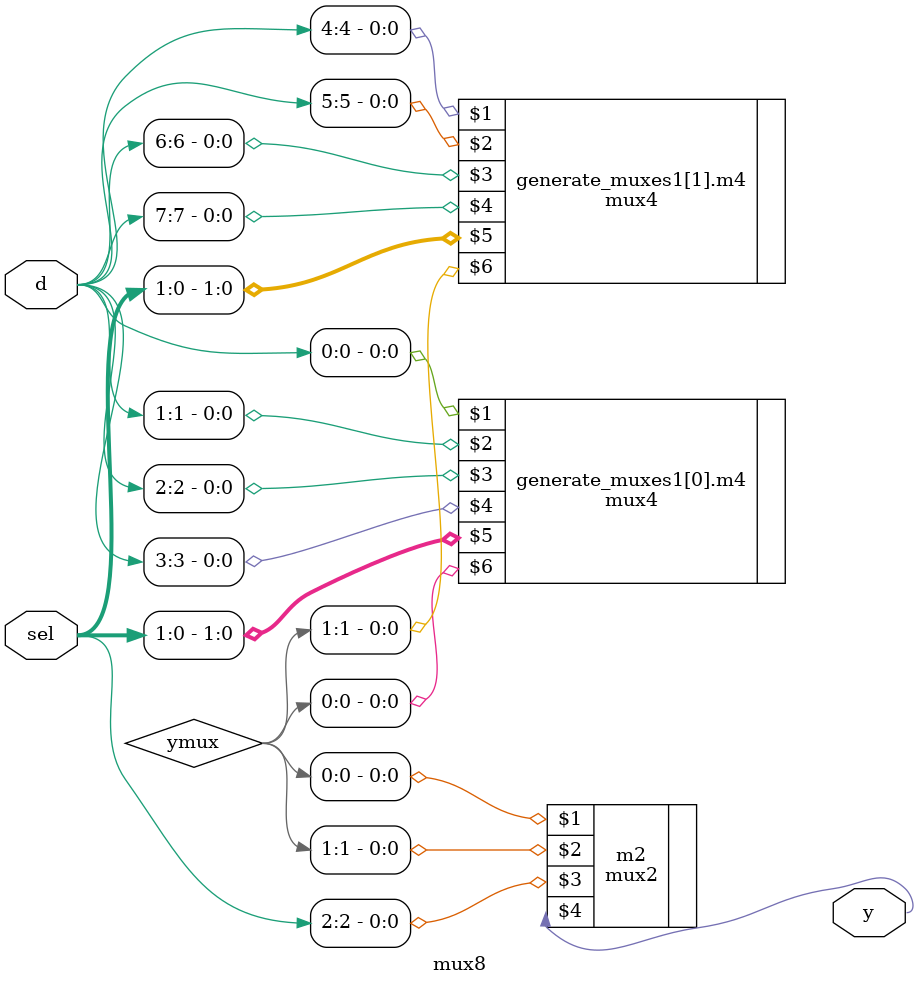
<source format=sv>
module mux8(
	input logic [7:0] d,
	input logic [2:0] sel,
	output logic y
);

	// mux4
	logic [1:0] ymux;
	genvar i;
	generate
		for (i = 0; i < 2; i=i+1) begin: generate_muxes1
			mux4 m4(d[4*i + 0], d[4*i + 1], d[4*i + 2], d[4*i + 3], sel[1:0], ymux[i]);
		end
	endgenerate
	
	// last mux
	mux2 m2(ymux[0], ymux[1], sel[2], y);

endmodule
</source>
